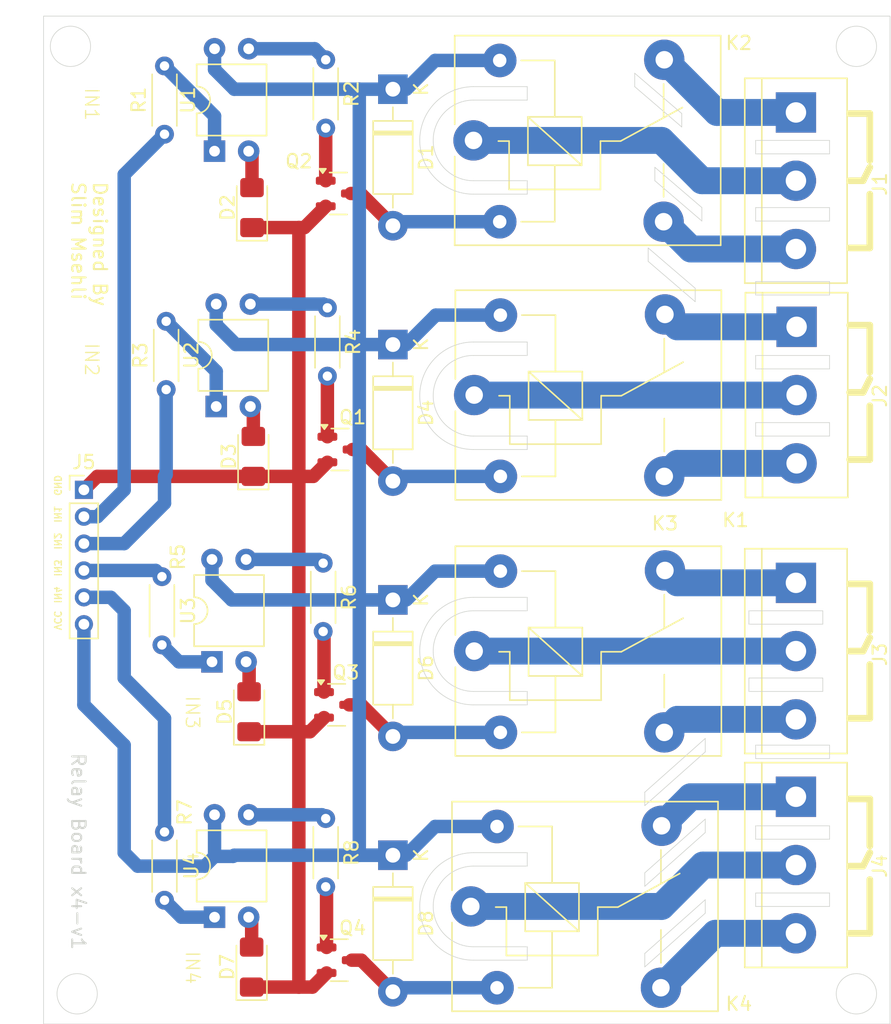
<source format=kicad_pcb>
(kicad_pcb (version 20240108) (generator "pcbnew") (generator_version "8.0")
  (layers (0 "F.Cu" signal) (31 "B.Cu" signal) (34 "B.Paste" user) (35 "F.Paste" user) (36 "B.SilkS" user "B.Silkscreen") (37 "F.SilkS" user "F.Silkscreen") (38 "B.Mask" user) (39 "F.Mask" user) (44 "Edge.Cuts" user))
  (net 0 "")
  (net 1 "Net-(D1-A)")
  (net 2 "VCC")
  (net 3 "Net-(D2-A)")
  (net 4 "GND")
  (net 5 "Net-(D3-A)")
  (net 6 "Net-(D4-A)")
  (net 7 "Net-(D5-A)")
  (net 8 "Net-(D6-A)")
  (net 9 "Net-(D7-A)")
  (net 10 "Net-(D8-A)")
  (net 11 "/AC1_CLOSE")
  (net 12 "/AC1_IN")
  (net 13 "/AC1_OPEN")
  (net 14 "/AC2_IN")
  (net 15 "/AC2_CLOSE")
  (net 16 "/AC2_OPEN")
  (net 17 "/AC3_IN")
  (net 18 "/AC3_OPEN")
  (net 19 "/AC3_CLOSE")
  (net 20 "/AC4_OPEN")
  (net 21 "/AC4_IN")
  (net 22 "/AC4_CLOSE")
  (net 23 "/IN1")
  (net 24 "/IN4")
  (net 25 "/IN3")
  (net 26 "/IN2")
  (net 27 "Net-(Q1-B)")
  (net 28 "Net-(Q2-B)")
  (net 29 "Net-(Q3-B)")
  (net 30 "Net-(Q4-B)")
  (net 31 "Net-(R1-Pad2)")
  (net 32 "Net-(R2-Pad1)")
  (net 33 "Net-(R3-Pad2)")
  (net 34 "Net-(R4-Pad1)")
  (net 35 "Net-(R5-Pad2)")
  (net 36 "Net-(R6-Pad1)")
  (net 37 "Net-(R7-Pad2)")
  (net 38 "Net-(R8-Pad1)")
  (footprint "Resistor_THT:R_Axial_DIN0204_L3.6mm_D1.6mm_P5.08mm_Horizontal" (layer "F.Cu") (at 125.125 75.46 -90)
    (property "Reference" "R4" (at 2.54 -1.92 90) (layer "F.SilkS"))
    (property "Value" "510R")
    (pad "1" thru_hole circle (at 0 0 270) (size 1.4 1.4) (drill 0.7) (layers "*.Cu" "*.Mask") (net 34 "Net-(R4-Pad1)"))
    (pad "2" thru_hole oval (at 5.08 0 270) (size 1.4 1.4) (drill 0.7) (layers "*.Cu" "*.Mask") (net 27 "Net-(Q1-B)"))
  )
  (footprint "LED_SMD:LED_1206_3216Metric_Pad1.42x1.75mm_HandSolder" (layer "F.Cu") (at 119.6125 86.5125 90)
    (property "Reference" "D3" (at 0 -1.82 90) (layer "F.SilkS"))
    (property "Value" "LED")
    (pad "1" smd roundrect (at -1.4875 0 90) (size 1.425 1.75) (layers "F.Cu" "F.Paste" "F.Mask") (roundrect_rratio 0.175439) (net 4 "GND"))
    (pad "2" smd roundrect (at 1.4875 0 90) (size 1.425 1.75) (layers "F.Cu" "F.Paste" "F.Mask") (roundrect_rratio 0.175439) (net 5 "Net-(D3-A)"))
  )
  (footprint "LED_SMD:LED_1206_3216Metric_Pad1.42x1.75mm_HandSolder" (layer "F.Cu") (at 119.4875 124.5125 90)
    (property "Reference" "D7" (at 0 -1.82 90) (layer "F.SilkS"))
    (property "Value" "LED")
    (pad "1" smd roundrect (at -1.4875 0 90) (size 1.425 1.75) (layers "F.Cu" "F.Paste" "F.Mask") (roundrect_rratio 0.175439) (net 4 "GND"))
    (pad "2" smd roundrect (at 1.4875 0 90) (size 1.425 1.75) (layers "F.Cu" "F.Paste" "F.Mask") (roundrect_rratio 0.175439) (net 9 "Net-(D7-A)"))
  )
  (footprint "TerminalBlock:TerminalBlock_bornier-3_P5.08mm" (layer "F.Cu") (at 160.05 76.87 -90)
    (property "Reference" "J2" (at 5.13 -6.2 -90) (layer "F.SilkS"))
    (property "Value" "Conn_01x03_Pin")
    (pad "1" thru_hole rect (at 0 0 270) (size 3 3) (drill 1.52) (layers "*.Cu" "*.Mask") (net 15 "/AC2_CLOSE"))
    (pad "2" thru_hole circle (at 5.08 0 270) (size 3 3) (drill 1.52) (layers "*.Cu" "*.Mask") (net 14 "/AC2_IN"))
    (pad "3" thru_hole circle (at 10.16 0 270) (size 3 3) (drill 1.52) (layers "*.Cu" "*.Mask") (net 16 "/AC2_OPEN"))
  )
  (footprint "Package_TO_SOT_SMD:SOT-23" (layer "F.Cu") (at 126.0625 86)
    (property "Reference" "Q1" (at 0.9375 -2.4 0) (layer "F.SilkS"))
    (property "Value" "BC807")
    (pad "1" smd roundrect (at -0.9375 -0.95) (size 1.475 0.6) (layers "F.Cu" "F.Paste" "F.Mask") (net 27 "Net-(Q1-B)"))
    (pad "2" smd roundrect (at -0.9375 0.95) (size 1.475 0.6) (layers "F.Cu" "F.Paste" "F.Mask") (net 4 "GND"))
    (pad "3" smd roundrect (at 0.9375 0) (size 1.475 0.6) (layers "F.Cu" "F.Paste" "F.Mask") (net 6 "Net-(D4-A)"))
  )
  (footprint "Resistor_THT:R_Axial_DIN0204_L3.6mm_D1.6mm_P5.08mm_Horizontal" (layer "F.Cu") (at 124.81 94.46 -90)
    (property "Reference" "R6" (at 2.54 -1.92 90) (layer "F.SilkS"))
    (property "Value" "510R")
    (pad "1" thru_hole circle (at 0 0 270) (size 1.4 1.4) (drill 0.7) (layers "*.Cu" "*.Mask") (net 36 "Net-(R6-Pad1)"))
    (pad "2" thru_hole oval (at 5.08 0 270) (size 1.4 1.4) (drill 0.7) (layers "*.Cu" "*.Mask") (net 29 "Net-(Q3-B)"))
  )
  (footprint "Package_DIP:DIP-4_W7.62mm" (layer "F.Cu") (at 116.725 120.8 90)
    (property "Reference" "U4" (at 3.81 -1.725 90) (layer "F.SilkS"))
    (property "Value" "PC817")
    (pad "1" thru_hole rect (at 0 0 90) (size 1.6 1.6) (drill 0.8) (layers "*.Cu" "*.Mask") (net 37 "Net-(R7-Pad2)"))
    (pad "2" thru_hole oval (at 0 2.54 90) (size 1.6 1.6) (drill 0.8) (layers "*.Cu" "*.Mask") (net 9 "Net-(D7-A)"))
    (pad "3" thru_hole oval (at 7.62 2.54 90) (size 1.6 1.6) (drill 0.8) (layers "*.Cu" "*.Mask") (net 38 "Net-(R8-Pad1)"))
    (pad "4" thru_hole oval (at 7.62 0 90) (size 1.6 1.6) (drill 0.8) (layers "*.Cu" "*.Mask") (net 2 "VCC"))
  )
  (footprint "TerminalBlock:TerminalBlock_bornier-3_P5.08mm" (layer "F.Cu") (at 160 60.92 -90)
    (property "Reference" "J1" (at 5.33 -6.25 -90) (layer "F.SilkS"))
    (property "Value" "Conn_01x03_Pin")
    (pad "1" thru_hole rect (at 0 0 270) (size 3 3) (drill 1.52) (layers "*.Cu" "*.Mask") (net 11 "/AC1_CLOSE"))
    (pad "2" thru_hole circle (at 5.08 0 270) (size 3 3) (drill 1.52) (layers "*.Cu" "*.Mask") (net 12 "/AC1_IN"))
    (pad "3" thru_hole circle (at 10.16 0 270) (size 3 3) (drill 1.52) (layers "*.Cu" "*.Mask") (net 13 "/AC1_OPEN"))
  )
  (footprint "Relay_THT:Relay_SPDT_SANYOU_SRD_Series_Form_C" (layer "F.Cu") (at 136.05 101)
    (property "Reference" "K3" (at 14.2 -9.5 0) (layer "F.SilkS"))
    (property "Value" "SANYOU_SRD_Form_C")
    (pad "1" thru_hole circle (at 0 0 90) (size 3 3) (drill 1.3) (layers "*.Cu" "*.Mask") (net 17 "/AC3_IN"))
    (pad "2" thru_hole circle (at 1.95 6.05 90) (size 2.5 2.5) (drill 1) (layers "*.Cu" "*.Mask") (net 8 "Net-(D6-A)"))
    (pad "3" thru_hole circle (at 14.15 6.05 90) (size 3 3) (drill 1.3) (layers "*.Cu" "*.Mask") (net 18 "/AC3_OPEN"))
    (pad "4" thru_hole circle (at 14.2 -6 90) (size 3 3) (drill 1.3) (layers "*.Cu" "*.Mask") (net 19 "/AC3_CLOSE"))
    (pad "5" thru_hole circle (at 1.95 -5.95 90) (size 2.5 2.5) (drill 1) (layers "*.Cu" "*.Mask") (net 2 "VCC"))
  )
  (footprint "TerminalBlock:TerminalBlock_bornier-3_P5.08mm" (layer "F.Cu") (at 160 111.84 -90)
    (property "Reference" "J4" (at 5.16 -6.25 -90) (layer "F.SilkS"))
    (property "Value" "Conn_01x03_Pin")
    (pad "1" thru_hole rect (at 0 0 270) (size 3 3) (drill 1.52) (layers "*.Cu" "*.Mask") (net 22 "/AC4_CLOSE"))
    (pad "2" thru_hole circle (at 5.08 0 270) (size 3 3) (drill 1.52) (layers "*.Cu" "*.Mask") (net 21 "/AC4_IN"))
    (pad "3" thru_hole circle (at 10.16 0 270) (size 3 3) (drill 1.52) (layers "*.Cu" "*.Mask") (net 20 "/AC4_OPEN"))
  )
  (footprint "TerminalBlock:TerminalBlock_bornier-3_P5.08mm" (layer "F.Cu") (at 160 95.92 -90)
    (property "Reference" "J3" (at 5.33 -6.25 -90) (layer "F.SilkS"))
    (property "Value" "Conn_01x03_Pin")
    (pad "1" thru_hole rect (at 0 0 270) (size 3 3) (drill 1.52) (layers "*.Cu" "*.Mask") (net 19 "/AC3_CLOSE"))
    (pad "2" thru_hole circle (at 5.08 0 270) (size 3 3) (drill 1.52) (layers "*.Cu" "*.Mask") (net 17 "/AC3_IN"))
    (pad "3" thru_hole circle (at 10.16 0 270) (size 3 3) (drill 1.52) (layers "*.Cu" "*.Mask") (net 18 "/AC3_OPEN"))
  )
  (footprint "Package_TO_SOT_SMD:SOT-23" (layer "F.Cu") (at 126 124)
    (property "Reference" "Q4" (at 1 -2.4 0) (layer "F.SilkS"))
    (property "Value" "BC807")
    (pad "1" smd roundrect (at -0.9375 -0.95) (size 1.475 0.6) (layers "F.Cu" "F.Paste" "F.Mask") (net 30 "Net-(Q4-B)"))
    (pad "2" smd roundrect (at -0.9375 0.95) (size 1.475 0.6) (layers "F.Cu" "F.Paste" "F.Mask") (net 4 "GND"))
    (pad "3" smd roundrect (at 0.9375 0) (size 1.475 0.6) (layers "F.Cu" "F.Paste" "F.Mask") (net 10 "Net-(D8-A)"))
  )
  (footprint "Diode_THT:D_DO-41_SOD81_P10.16mm_Horizontal" (layer "F.Cu") (at 130 78.19 -90)
    (property "Reference" "D4" (at 5.08 -2.47 -90) (layer "F.SilkS"))
    (property "Value" "1N4007")
    (fp_text user "K" (at 0 -2.1 -90) (layer "F.SilkS"))
    (pad "1" thru_hole rect (at 0 0 270) (size 2.2 2.2) (drill 1.1) (layers "*.Cu" "*.Mask") (net 2 "VCC"))
    (pad "2" thru_hole oval (at 10.16 0 270) (size 2.2 2.2) (drill 1.1) (layers "*.Cu" "*.Mask") (net 6 "Net-(D4-A)"))
  )
  (footprint "Diode_THT:D_DO-41_SOD81_P10.16mm_Horizontal" (layer "F.Cu") (at 130 116.19 -90)
    (property "Reference" "D8" (at 5.08 -2.47 -90) (layer "F.SilkS"))
    (property "Value" "1N4007")
    (fp_text user "K" (at 0 -2.1 -90) (layer "F.SilkS"))
    (pad "1" thru_hole rect (at 0 0 270) (size 2.2 2.2) (drill 1.1) (layers "*.Cu" "*.Mask") (net 2 "VCC"))
    (pad "2" thru_hole oval (at 10.16 0 270) (size 2.2 2.2) (drill 1.1) (layers "*.Cu" "*.Mask") (net 10 "Net-(D8-A)"))
  )
  (footprint "Resistor_THT:R_Axial_DIN0204_L3.6mm_D1.6mm_P5.08mm_Horizontal" (layer "F.Cu") (at 125 113.46 -90)
    (property "Reference" "R8" (at 2.54 -1.92 90) (layer "F.SilkS"))
    (property "Value" "510R")
    (pad "1" thru_hole circle (at 0 0 270) (size 1.4 1.4) (drill 0.7) (layers "*.Cu" "*.Mask") (net 38 "Net-(R8-Pad1)"))
    (pad "2" thru_hole oval (at 5.08 0 270) (size 1.4 1.4) (drill 0.7) (layers "*.Cu" "*.Mask") (net 30 "Net-(Q4-B)"))
  )
  (footprint "Resistor_THT:R_Axial_DIN0204_L3.6mm_D1.6mm_P5.08mm_Horizontal" (layer "F.Cu") (at 113 62.54 90)
    (property "Reference" "R1" (at 2.54 -1.92 90) (layer "F.SilkS"))
    (property "Value" "1K")
    (pad "1" thru_hole circle (at 0 0 90) (size 1.4 1.4) (drill 0.7) (layers "*.Cu" "*.Mask") (net 23 "/IN1"))
    (pad "2" thru_hole oval (at 5.08 0 90) (size 1.4 1.4) (drill 0.7) (layers "*.Cu" "*.Mask") (net 31 "Net-(R1-Pad2)"))
  )
  (footprint "LED_SMD:LED_1206_3216Metric_Pad1.42x1.75mm_HandSolder" (layer "F.Cu") (at 119.2975 105.5125 90)
    (property "Reference" "D5" (at 0 -1.82 90) (layer "F.SilkS"))
    (property "Value" "LED")
    (pad "1" smd roundrect (at -1.4875 0 90) (size 1.425 1.75) (layers "F.Cu" "F.Paste" "F.Mask") (roundrect_rratio 0.175439) (net 4 "GND"))
    (pad "2" smd roundrect (at 1.4875 0 90) (size 1.425 1.75) (layers "F.Cu" "F.Paste" "F.Mask") (roundrect_rratio 0.175439) (net 7 "Net-(D5-A)"))
  )
  (footprint "Resistor_THT:R_Axial_DIN0204_L3.6mm_D1.6mm_P5.08mm_Horizontal" (layer "F.Cu") (at 125 57 -90)
    (property "Reference" "R2" (at 2.54 -1.92 90) (layer "F.SilkS"))
    (property "Value" "510R")
    (pad "1" thru_hole circle (at 0 0 270) (size 1.4 1.4) (drill 0.7) (layers "*.Cu" "*.Mask") (net 32 "Net-(R2-Pad1)"))
    (pad "2" thru_hole oval (at 5.08 0 270) (size 1.4 1.4) (drill 0.7) (layers "*.Cu" "*.Mask") (net 28 "Net-(Q2-B)"))
  )
  (footprint "Resistor_THT:R_Axial_DIN0204_L3.6mm_D1.6mm_P5.08mm_Horizontal" (layer "F.Cu") (at 112.81 95.46 -90)
    (property "Reference" "R5" (at -1.46 -1.19 90) (layer "F.SilkS"))
    (property "Value" "1K")
    (pad "1" thru_hole circle (at 0 0 270) (size 1.4 1.4) (drill 0.7) (layers "*.Cu" "*.Mask") (net 25 "/IN3"))
    (pad "2" thru_hole oval (at 5.08 0 270) (size 1.4 1.4) (drill 0.7) (layers "*.Cu" "*.Mask") (net 35 "Net-(R5-Pad2)"))
  )
  (footprint "Relay_THT:Relay_SPDT_SANYOU_SRD_Series_Form_C" (layer "F.Cu") (at 136 63)
    (property "Reference" "K2" (at 19.75 -7.25 0) (layer "F.SilkS"))
    (property "Value" "SANYOU_SRD_Form_C")
    (pad "1" thru_hole circle (at 0 0 90) (size 3 3) (drill 1.3) (layers "*.Cu" "*.Mask") (net 12 "/AC1_IN"))
    (pad "2" thru_hole circle (at 1.95 6.05 90) (size 2.5 2.5) (drill 1) (layers "*.Cu" "*.Mask") (net 1 "Net-(D1-A)"))
    (pad "3" thru_hole circle (at 14.15 6.05 90) (size 3 3) (drill 1.3) (layers "*.Cu" "*.Mask") (net 13 "/AC1_OPEN"))
    (pad "4" thru_hole circle (at 14.2 -6 90) (size 3 3) (drill 1.3) (layers "*.Cu" "*.Mask") (net 11 "/AC1_CLOSE"))
    (pad "5" thru_hole circle (at 1.95 -5.95 90) (size 2.5 2.5) (drill 1) (layers "*.Cu" "*.Mask") (net 2 "VCC"))
  )
  (footprint "Package_DIP:DIP-4_W7.62mm" (layer "F.Cu") (at 116.85 82.8 90)
    (property "Reference" "U2" (at 3.81 -1.85 90) (layer "F.SilkS"))
    (property "Value" "PC817")
    (pad "1" thru_hole rect (at 0 0 90) (size 1.6 1.6) (drill 0.8) (layers "*.Cu" "*.Mask") (net 33 "Net-(R3-Pad2)"))
    (pad "2" thru_hole oval (at 0 2.54 90) (size 1.6 1.6) (drill 0.8) (layers "*.Cu" "*.Mask") (net 5 "Net-(D3-A)"))
    (pad "3" thru_hole oval (at 7.62 2.54 90) (size 1.6 1.6) (drill 0.8) (layers "*.Cu" "*.Mask") (net 34 "Net-(R4-Pad1)"))
    (pad "4" thru_hole oval (at 7.62 0 90) (size 1.6 1.6) (drill 0.8) (layers "*.Cu" "*.Mask") (net 2 "VCC"))
  )
  (footprint "Diode_THT:D_DO-41_SOD81_P10.16mm_Horizontal" (layer "F.Cu") (at 130 97.19 -90)
    (property "Reference" "D6" (at 5.08 -2.47 -90) (layer "F.SilkS"))
    (property "Value" "1N4007")
    (fp_text user "K" (at 0 -2.1 -90) (layer "F.SilkS"))
    (pad "1" thru_hole rect (at 0 0 270) (size 2.2 2.2) (drill 1.1) (layers "*.Cu" "*.Mask") (net 2 "VCC"))
    (pad "2" thru_hole oval (at 10.16 0 270) (size 2.2 2.2) (drill 1.1) (layers "*.Cu" "*.Mask") (net 8 "Net-(D6-A)"))
  )
  (footprint "Relay_THT:Relay_SPDT_SANYOU_SRD_Series_Form_C" (layer "F.Cu") (at 136.05 81.95)
    (property "Reference" "K1" (at 19.45 9.3 0) (layer "F.SilkS"))
    (property "Value" "SANYOU_SRD_Form_C")
    (pad "1" thru_hole circle (at 0 0 90) (size 3 3) (drill 1.3) (layers "*.Cu" "*.Mask") (net 14 "/AC2_IN"))
    (pad "2" thru_hole circle (at 1.95 6.05 90) (size 2.5 2.5) (drill 1) (layers "*.Cu" "*.Mask") (net 6 "Net-(D4-A)"))
    (pad "3" thru_hole circle (at 14.15 6.05 90) (size 3 3) (drill 1.3) (layers "*.Cu" "*.Mask") (net 16 "/AC2_OPEN"))
    (pad "4" thru_hole circle (at 14.2 -6 90) (size 3 3) (drill 1.3) (layers "*.Cu" "*.Mask") (net 15 "/AC2_CLOSE"))
    (pad "5" thru_hole circle (at 1.95 -5.95 90) (size 2.5 2.5) (drill 1) (layers "*.Cu" "*.Mask") (net 2 "VCC"))
  )
  (footprint "LED_SMD:LED_1206_3216Metric_Pad1.42x1.75mm_HandSolder" (layer "F.Cu") (at 119.5125 68 90)
    (property "Reference" "D2" (at 0 -1.82 90) (layer "F.SilkS"))
    (property "Value" "LED")
    (pad "1" smd roundrect (at -1.4875 0 90) (size 1.425 1.75) (layers "F.Cu" "F.Paste" "F.Mask") (roundrect_rratio 0.175439) (net 4 "GND"))
    (pad "2" smd roundrect (at 1.4875 0 90) (size 1.425 1.75) (layers "F.Cu" "F.Paste" "F.Mask") (roundrect_rratio 0.175439) (net 3 "Net-(D2-A)"))
  )
  (footprint "Resistor_THT:R_Axial_DIN0204_L3.6mm_D1.6mm_P5.08mm_Horizontal" (layer "F.Cu") (at 113 114.46 -90)
    (property "Reference" "R7" (at -1.46 -1.5 90) (layer "F.SilkS"))
    (property "Value" "1K")
    (pad "1" thru_hole circle (at 0 0 270) (size 1.4 1.4) (drill 0.7) (layers "*.Cu" "*.Mask") (net 24 "/IN4"))
    (pad "2" thru_hole oval (at 5.08 0 270) (size 1.4 1.4) (drill 0.7) (layers "*.Cu" "*.Mask") (net 37 "Net-(R7-Pad2)"))
  )
  (footprint "Diode_THT:D_DO-41_SOD81_P10.16mm_Horizontal" (layer "F.Cu") (at 130 59.19 -90)
    (property "Reference" "D1" (at 5.08 -2.47 -90) (layer "F.SilkS"))
    (property "Value" "1N4007")
    (fp_text user "K" (at 0 -2.1 -90) (layer "F.SilkS"))
    (pad "1" thru_hole rect (at 0 0 270) (size 2.2 2.2) (drill 1.1) (layers "*.Cu" "*.Mask") (net 2 "VCC"))
    (pad "2" thru_hole oval (at 10.16 0 270) (size 2.2 2.2) (drill 1.1) (layers "*.Cu" "*.Mask") (net 1 "Net-(D1-A)"))
  )
  (footprint "Package_TO_SOT_SMD:SOT-23" (layer "F.Cu") (at 125.9375 66.95)
    (property "Reference" "Q2" (at -2.9375 -2.4 0) (layer "F.SilkS"))
    (property "Value" "BC807")
    (pad "1" smd roundrect (at -0.9375 -0.95) (size 1.475 0.6) (layers "F.Cu" "F.Paste" "F.Mask") (net 28 "Net-(Q2-B)"))
    (pad "2" smd roundrect (at -0.9375 0.95) (size 1.475 0.6) (layers "F.Cu" "F.Paste" "F.Mask") (net 4 "GND"))
    (pad "3" smd roundrect (at 0.9375 0) (size 1.475 0.6) (layers "F.Cu" "F.Paste" "F.Mask") (net 1 "Net-(D1-A)"))
  )
  (footprint "Resistor_THT:R_Axial_DIN0204_L3.6mm_D1.6mm_P5.08mm_Horizontal" (layer "F.Cu") (at 113.125 81.54 90)
    (property "Reference" "R3" (at 2.54 -1.92 90) (layer "F.SilkS"))
    (property "Value" "1K")
    (pad "1" thru_hole circle (at 0 0 90) (size 1.4 1.4) (drill 0.7) (layers "*.Cu" "*.Mask") (net 26 "/IN2"))
    (pad "2" thru_hole oval (at 5.08 0 90) (size 1.4 1.4) (drill 0.7) (layers "*.Cu" "*.Mask") (net 33 "Net-(R3-Pad2)"))
  )
  (footprint "Package_DIP:DIP-4_W7.62mm" (layer "F.Cu") (at 116.725 63.8 90)
    (property "Reference" "U1" (at 3.8 -1.975 90) (layer "F.SilkS"))
    (property "Value" "PC817")
    (pad "1" thru_hole rect (at 0 0 90) (size 1.6 1.6) (drill 0.8) (layers "*.Cu" "*.Mask") (net 31 "Net-(R1-Pad2)"))
    (pad "2" thru_hole oval (at 0 2.54 90) (size 1.6 1.6) (drill 0.8) (layers "*.Cu" "*.Mask") (net 3 "Net-(D2-A)"))
    (pad "3" thru_hole oval (at 7.62 2.54 90) (size 1.6 1.6) (drill 0.8) (layers "*.Cu" "*.Mask") (net 32 "Net-(R2-Pad1)"))
    (pad "4" thru_hole oval (at 7.62 0 90) (size 1.6 1.6) (drill 0.8) (layers "*.Cu" "*.Mask") (net 2 "VCC"))
  )
  (footprint "Relay_THT:Relay_SPDT_SANYOU_SRD_Series_Form_C" (layer "F.Cu") (at 135.8 120)
    (property "Reference" "K4" (at 19.95 7.25 0) (layer "F.SilkS"))
    (property "Value" "SANYOU_SRD_Form_C")
    (pad "1" thru_hole circle (at 0 0 90) (size 3 3) (drill 1.3) (layers "*.Cu" "*.Mask") (net 21 "/AC4_IN"))
    (pad "2" thru_hole circle (at 1.95 6.05 90) (size 2.5 2.5) (drill 1) (layers "*.Cu" "*.Mask") (net 10 "Net-(D8-A)"))
    (pad "3" thru_hole circle (at 14.15 6.05 90) (size 3 3) (drill 1.3) (layers "*.Cu" "*.Mask") (net 20 "/AC4_OPEN"))
    (pad "4" thru_hole circle (at 14.2 -6 90) (size 3 3) (drill 1.3) (layers "*.Cu" "*.Mask") (net 22 "/AC4_CLOSE"))
    (pad "5" thru_hole circle (at 1.95 -5.95 90) (size 2.5 2.5) (drill 1) (layers "*.Cu" "*.Mask") (net 2 "VCC"))
  )
  (footprint "Package_DIP:DIP-4_W7.62mm" (layer "F.Cu") (at 116.535 101.8 90)
    (property "Reference" "U3" (at 3.8 -1.785 90) (layer "F.SilkS"))
    (property "Value" "PC817")
    (pad "1" thru_hole rect (at 0 0 90) (size 1.6 1.6) (drill 0.8) (layers "*.Cu" "*.Mask") (net 35 "Net-(R5-Pad2)"))
    (pad "2" thru_hole oval (at 0 2.54 90) (size 1.6 1.6) (drill 0.8) (layers "*.Cu" "*.Mask") (net 7 "Net-(D5-A)"))
    (pad "3" thru_hole oval (at 7.62 2.54 90) (size 1.6 1.6) (drill 0.8) (layers "*.Cu" "*.Mask") (net 36 "Net-(R6-Pad1)"))
    (pad "4" thru_hole oval (at 7.62 0 90) (size 1.6 1.6) (drill 0.8) (layers "*.Cu" "*.Mask") (net 2 "VCC"))
  )
  (footprint "Connector_PinHeader_2.00mm:PinHeader_1x06_P2.00mm_Vertical" (layer "F.Cu") (at 107 89)
    (property "Reference" "J5" (at 0 -2.06 0) (layer "F.SilkS"))
    (property "Value" "Conn_01x06_Pin")
    (pad "1" thru_hole rect (at 0 0) (size 1.35 1.35) (drill 0.8) (layers "*.Cu" "*.Mask") (net 4 "GND"))
    (pad "2" thru_hole oval (at 0 2) (size 1.35 1.35) (drill 0.8) (layers "*.Cu" "*.Mask") (net 23 "/IN1"))
    (pad "3" thru_hole oval (at 0 4) (size 1.35 1.35) (drill 0.8) (layers "*.Cu" "*.Mask") (net 26 "/IN2"))
    (pad "4" thru_hole oval (at 0 6) (size 1.35 1.35) (drill 0.8) (layers "*.Cu" "*.Mask") (net 25 "/IN3"))
    (pad "5" thru_hole oval (at 0 8) (size 1.35 1.35) (drill 0.8) (layers "*.Cu" "*.Mask") (net 24 "/IN4"))
    (pad "6" thru_hole oval (at 0 10) (size 1.35 1.35) (drill 0.8) (layers "*.Cu" "*.Mask") (net 2 "VCC"))
  )
  (footprint "Package_TO_SOT_SMD:SOT-23" (layer "F.Cu") (at 125.81 105)
    (property "Reference" "Q3" (at 0.69 -2.4 0) (layer "F.SilkS"))
    (property "Value" "BC807")
    (pad "1" smd roundrect (at -0.9375 -0.95) (size 1.475 0.6) (layers "F.Cu" "F.Paste" "F.Mask") (net 29 "Net-(Q3-B)"))
    (pad "2" smd roundrect (at -0.9375 0.95) (size 1.475 0.6) (layers "F.Cu" "F.Paste" "F.Mask") (net 4 "GND"))
    (pad "3" smd roundrect (at 0.9375 0) (size 1.475 0.6) (layers "F.Cu" "F.Paste" "F.Mask") (net 8 "Net-(D6-A)"))
  )
  (gr_line (start 164 71) (end 165.5 71) (stroke (width 0.5)) (layer "F.SilkS"))
  (gr_line (start 165.5 112) (end 165.5 115.5) (stroke (width 0.5)) (layer "F.SilkS"))
  (gr_line (start 165.5 71) (end 165.5 67) (stroke (width 0.5)) (layer "F.SilkS"))
  (gr_line (start 164 61) (end 165.5 61) (stroke (width 0.5)) (layer "F.SilkS"))
  (gr_line (start 165 101) (end 165.5 100) (stroke (width 0.5)) (layer "F.SilkS"))
  (gr_line (start 164 81.75) (end 165 81.75) (stroke (width 0.5)) (layer "F.SilkS"))
  (gr_line (start 165 66) (end 165.5 65) (stroke (width 0.5)) (layer "F.SilkS"))
  (gr_line (start 164 101) (end 165 101) (stroke (width 0.5)) (layer "F.SilkS"))
  (gr_line (start 164 86.75) (end 165.5 86.75) (stroke (width 0.5)) (layer "F.SilkS"))
  (gr_line (start 165.5 106) (end 165.5 102) (stroke (width 0.5)) (layer "F.SilkS"))
  (gr_line (start 164 96) (end 165.5 96) (stroke (width 0.5)) (layer "F.SilkS"))
  (gr_line (start 164 76.75) (end 165.5 76.75) (stroke (width 0.5)) (layer "F.SilkS"))
  (gr_line (start 164 112) (end 165.5 112) (stroke (width 0.5)) (layer "F.SilkS"))
  (gr_line (start 165.5 96) (end 165.5 99.5) (stroke (width 0.5)) (layer "F.SilkS"))
  (gr_line (start 165 117) (end 165.5 116) (stroke (width 0.5)) (layer "F.SilkS"))
  (gr_line (start 165.5 61) (end 165.5 64.5) (stroke (width 0.5)) (layer "F.SilkS"))
  (gr_line (start 164 106) (end 165.5 106) (stroke (width 0.5)) (layer "F.SilkS"))
  (gr_line (start 165.5 86.75) (end 165.5 82.75) (stroke (width 0.5)) (layer "F.SilkS"))
  (gr_line (start 164 122) (end 165.5 122) (stroke (width 0.5)) (layer "F.SilkS"))
  (gr_line (start 164 117) (end 165 117) (stroke (width 0.5)) (layer "F.SilkS"))
  (gr_line (start 165.5 76.75) (end 165.5 80.25) (stroke (width 0.5)) (layer "F.SilkS"))
  (gr_line (start 165 81.75) (end 165.5 80.75) (stroke (width 0.5)) (layer "F.SilkS"))
  (gr_line (start 164 66) (end 165 66) (stroke (width 0.5)) (layer "F.SilkS"))
  (gr_line (start 165.5 122) (end 165.5 118) (stroke (width 0.5)) (layer "F.SilkS"))
  (gr_line (start 162.5 79) (end 162.5 80) (stroke (width 0.05)) (layer "Edge.Cuts"))
  (gr_circle (center 106 56) (end 107.5 56) (stroke (width 0.05)) (fill none) (layer "Edge.Cuts"))
  (gr_line (start 148 58) (end 151.5 61) (stroke (width 0.05)) (layer "Edge.Cuts"))
  (gr_line (start 136 116) (end 140 116) (stroke (width 0.05)) (layer "Edge.Cuts"))
  (gr_line (start 148.75 117.5) (end 153.25 113.5) (stroke (width 0.05)) (layer "Edge.Cuts"))
  (gr_arc (start 136 67) (mid 132 63) (end 136 59) (stroke (width 0.05)) (layer "Edge.Cuts"))
  (gr_line (start 153.25 107.5) (end 153.25 108.5) (stroke (width 0.05)) (layer "Edge.Cuts"))
  (gr_line (start 157 73.5) (end 157 74.5) (stroke (width 0.05)) (layer "Edge.Cuts"))
  (gr_line (start 157 115) (end 157 114) (stroke (width 0.05)) (layer "Edge.Cuts"))
  (gr_line (start 162 103) (end 162 104) (stroke (width 0.05)) (layer "Edge.Cuts"))
  (gr_line (start 153.25 108.5) (end 148.75 112.5) (stroke (width 0.05)) (layer "Edge.Cuts"))
  (gr_line (start 148.75 118.5) (end 148.75 117.5) (stroke (width 0.05)) (layer "Edge.Cuts"))
  (gr_line (start 157 79) (end 157 80) (stroke (width 0.05)) (layer "Edge.Cuts"))
  (gr_line (start 156.5 103) (end 162 103) (stroke (width 0.05)) (layer "Edge.Cuts"))
  (gr_line (start 162 99) (end 156.5 99) (stroke (width 0.05)) (layer "Edge.Cuts"))
  (gr_circle (center 164.5 126.5) (end 166 126.5) (stroke (width 0.05)) (fill none) (layer "Edge.Cuts"))
  (gr_line (start 157 120) (end 157 119) (stroke (width 0.05)) (layer "Edge.Cuts"))
  (gr_line (start 140 98) (end 136 98) (stroke (width 0.05)) (layer "Edge.Cuts"))
  (gr_line (start 136 59) (end 140 59) (stroke (width 0.05)) (layer "Edge.Cuts"))
  (gr_line (start 140 86) (end 136 86) (stroke (width 0.05)) (layer "Edge.Cuts"))
  (gr_rect (start 104 53.75) (end 167 128.75) (stroke (width 0.05)) (fill none) (layer "Edge.Cuts"))
  (gr_line (start 162.5 108) (end 162.5 109) (stroke (width 0.05)) (layer "Edge.Cuts"))
  (gr_line (start 162.5 85) (end 157 85) (stroke (width 0.05)) (layer "Edge.Cuts"))
  (gr_line (start 136 85) (end 140 85) (stroke (width 0.05)) (layer "Edge.Cuts"))
  (gr_arc (start 136 105) (mid 132 101) (end 136 97) (stroke (width 0.05)) (layer "Edge.Cuts"))
  (gr_line (start 162.5 74.5) (end 157 74.5) (stroke (width 0.05)) (layer "Edge.Cuts"))
  (gr_line (start 136 123) (end 140 123) (stroke (width 0.05)) (layer "Edge.Cuts"))
  (gr_line (start 149 71) (end 152.5 74) (stroke (width 0.05)) (layer "Edge.Cuts"))
  (gr_line (start 153.25 114.5) (end 148.75 118.5) (stroke (width 0.05)) (layer "Edge.Cuts"))
  (gr_line (start 136 97) (end 140 97) (stroke (width 0.05)) (layer "Edge.Cuts"))
  (gr_line (start 162.5 80) (end 157 80) (stroke (width 0.05)) (layer "Edge.Cuts"))
  (gr_line (start 140 85) (end 140 86) (stroke (width 0.05)) (layer "Edge.Cuts"))
  (gr_line (start 152.5 74) (end 152.5 75) (stroke (width 0.05)) (layer "Edge.Cuts"))
  (gr_line (start 152.5 75) (end 149 72) (stroke (width 0.05)) (layer "Edge.Cuts"))
  (gr_line (start 136 78) (end 140 78) (stroke (width 0.05)) (layer "Edge.Cuts"))
  (gr_line (start 140 104) (end 140 105) (stroke (width 0.05)) (layer "Edge.Cuts"))
  (gr_circle (center 164.5 56) (end 166 56) (stroke (width 0.05)) (fill none) (layer "Edge.Cuts"))
  (gr_arc (start 136 85) (mid 133 82) (end 136 79) (stroke (width 0.05)) (layer "Edge.Cuts"))
  (gr_line (start 153 68) (end 153 69) (stroke (width 0.05)) (layer "Edge.Cuts"))
  (gr_line (start 153.25 119.5) (end 153.25 120.5) (stroke (width 0.05)) (layer "Edge.Cuts"))
  (gr_line (start 149.5 65) (end 149.5 66) (stroke (width 0.05)) (layer "Edge.Cuts"))
  (gr_line (start 156.5 98) (end 162 98) (stroke (width 0.05)) (layer "Edge.Cuts"))
  (gr_line (start 148 58) (end 148 59) (stroke (width 0.05)) (layer "Edge.Cuts"))
  (gr_line (start 162.5 84) (end 162.5 85) (stroke (width 0.05)) (layer "Edge.Cuts"))
  (gr_line (start 162.5 119) (end 162.5 120) (stroke (width 0.05)) (layer "Edge.Cuts"))
  (gr_line (start 156.5 103) (end 156.5 104) (stroke (width 0.05)) (layer "Edge.Cuts"))
  (gr_line (start 140 117) (end 136 117) (stroke (width 0.05)) (layer "Edge.Cuts"))
  (gr_line (start 162.5 73.5) (end 162.5 74.5) (stroke (width 0.05)) (layer "Edge.Cuts"))
  (gr_line (start 153.25 113.5) (end 153.25 114.5) (stroke (width 0.05)) (layer "Edge.Cuts"))
  (gr_line (start 136 66) (end 140 66) (stroke (width 0.05)) (layer "Edge.Cuts"))
  (gr_line (start 157 68) (end 162.5 68) (stroke (width 0.05)) (layer "Edge.Cuts"))
  (gr_line (start 162.5 114) (end 162.5 115) (stroke (width 0.05)) (layer "Edge.Cuts"))
  (gr_line (start 162.5 109) (end 157 109) (stroke (width 0.05)) (layer "Edge.Cuts"))
  (gr_line (start 157 84) (end 162.5 84) (stroke (width 0.05)) (layer "Edge.Cuts"))
  (gr_line (start 157 68) (end 157 69) (stroke (width 0.05)) (layer "Edge.Cuts"))
  (gr_line (start 148.75 123.5) (end 153.25 119.5) (stroke (width 0.05)) (layer "Edge.Cuts"))
  (gr_line (start 140 124) (end 136 124) (stroke (width 0.05)) (layer "Edge.Cuts"))
  (gr_line (start 162.5 69) (end 157 69) (stroke (width 0.05)) (layer "Edge.Cuts"))
  (gr_line (start 140 79) (end 136 79) (stroke (width 0.05)) (layer "Edge.Cuts"))
  (gr_line (start 157 108) (end 162.5 108) (stroke (width 0.05)) (layer "Edge.Cuts"))
  (gr_line (start 162.5 68) (end 162.5 69) (stroke (width 0.05)) (layer "Edge.Cuts"))
  (gr_line (start 140 60) (end 136 60) (stroke (width 0.05)) (layer "Edge.Cuts"))
  (gr_line (start 157 63) (end 157 64) (stroke (width 0.05)) (layer "Edge.Cuts"))
  (gr_line (start 157 84) (end 157 85) (stroke (width 0.05)) (layer "Edge.Cuts"))
  (gr_line (start 140 123) (end 140 124) (stroke (width 0.05)) (layer "Edge.Cuts"))
  (gr_circle (center 106.5 126.5) (end 108 126.5) (stroke (width 0.05)) (fill none) (layer "Edge.Cuts"))
  (gr_line (start 140 78) (end 140 79) (stroke (width 0.05)) (layer "Edge.Cuts"))
  (gr_line (start 148.75 111.5) (end 153.25 107.5) (stroke (width 0.05)) (layer "Edge.Cuts"))
  (gr_line (start 149 71) (end 149 72) (stroke (width 0.05)) (layer "Edge.Cuts"))
  (gr_arc (start 136 104) (mid 133 101) (end 136 98) (stroke (width 0.05)) (layer "Edge.Cuts"))
  (gr_line (start 149.5 65) (end 153 68) (stroke (width 0.05)) (layer "Edge.Cuts"))
  (gr_line (start 157 108) (end 157 109) (stroke (width 0.05)) (layer "Edge.Cuts"))
  (gr_line (start 162.5 63) (end 162.5 64) (stroke (width 0.05)) (layer "Edge.Cuts"))
  (gr_line (start 157 114) (end 162.5 114) (stroke (width 0.05)) (layer "Edge.Cuts"))
  (gr_arc (start 136 123) (mid 133 120) (end 136 117) (stroke (width 0.05)) (layer "Edge.Cuts"))
  (gr_arc (start 136 124) (mid 132 120) (end 136 116) (stroke (width 0.05)) (layer "Edge.Cuts"))
  (gr_line (start 162.5 64) (end 157 64) (stroke (width 0.05)) (layer "Edge.Cuts"))
  (gr_line (start 140 105) (end 136 105) (stroke (width 0.05)) (layer "Edge.Cuts"))
  (gr_line (start 148.75 112.5) (end 148.75 111.5) (stroke (width 0.05)) (layer "Edge.Cuts"))
  (gr_line (start 162.5 120) (end 157 120) (stroke (width 0.05)) (layer "Edge.Cuts"))
  (gr_line (start 162.5 115) (end 157 115) (stroke (width 0.05)) (layer "Edge.Cuts"))
  (gr_line (start 153 69) (end 149.5 66) (stroke (width 0.05)) (layer "Edge.Cuts"))
  (gr_line (start 157 73.5) (end 162.5 73.5) (stroke (width 0.05)) (layer "Edge.Cuts"))
  (gr_line (start 162 104) (end 156.5 104) (stroke (width 0.05)) (layer "Edge.Cuts"))
  (gr_line (start 140 59) (end 140 60) (stroke (width 0.05)) (layer "Edge.Cuts"))
  (gr_line (start 140 66) (end 140 67) (stroke (width 0.05)) (layer "Edge.Cuts"))
  (gr_line (start 151.5 61) (end 151.5 62) (stroke (width 0.05)) (layer "Edge.Cuts"))
  (gr_line (start 157 119) (end 162.5 119) (stroke (width 0.05)) (layer "Edge.Cuts"))
  (gr_line (start 153.25 120.5) (end 148.75 124.5) (stroke (width 0.05)) (layer "Edge.Cuts"))
  (gr_line (start 157 79) (end 162.5 79) (stroke (width 0.05)) (layer "Edge.Cuts"))
  (gr_arc (start 136 86) (mid 132 82) (end 136 78) (stroke (width 0.05)) (layer "Edge.Cuts"))
  (gr_line (start 148.75 124.5) (end 148.75 123.5) (stroke (width 0.05)) (layer "Edge.Cuts"))
  (gr_line (start 162 98) (end 162 99) (stroke (width 0.05)) (layer "Edge.Cuts"))
  (gr_line (start 136 104) (end 140 104) (stroke (width 0.05)) (layer "Edge.Cuts"))
  (gr_line (start 140 67) (end 136 67) (stroke (width 0.05)) (layer "Edge.Cuts"))
  (gr_line (start 156.5 98) (end 156.5 99) (stroke (width 0.05)) (layer "Edge.Cuts"))
  (gr_arc (start 136 66) (mid 133 63) (end 136 60) (stroke (width 0.05)) (layer "Edge.Cuts"))
  (gr_line (start 140 116) (end 140 117) (stroke (width 0.05)) (layer "Edge.Cuts"))
  (gr_line (start 151.5 62) (end 148 59) (stroke (width 0.05)) (layer "Edge.Cuts"))
  (gr_line (start 157 63) (end 162.5 63) (stroke (width 0.05)) (layer "Edge.Cuts"))
  (gr_line (start 140 97) (end 140 98) (stroke (width 0.05)) (layer "Edge.Cuts"))
  (gr_text "IN4" (at 104.75 97.5 270) (layer "F.SilkS") (effects (font (size 0.5 0.5) (thickness 0.1) (bold yes)) (justify left bottom mirror)))
  (gr_text "IN2" (at 104.75 93.5 270) (layer "F.SilkS") (effects (font (size 0.5 0.5) (thickness 0.1) (bold yes)) (justify left bottom mirror)))
  (gr_text "IN1" (at 104.75 91.5 -90) (layer "F.SilkS") (effects (font (size 0.5 0.5) (thickness 0.1) (bold yes)) (justify left bottom mirror)))
  (gr_text "VCC" (at 104.75 99.5 270) (layer "F.SilkS") (effects (font (size 0.5 0.5) (thickness 0.1) (bold yes)) (justify left bottom mirror)))
  (gr_text "IN1" (at 107 59 -90) (layer "F.SilkS") (effects (font (size 1 1) (thickness 0.1)) (justify left bottom)))
  (gr_text "Designed By \nSlim Msehli" (at 106 66 270) (layer "F.SilkS") (effects (font (size 1 1)) (justify left bottom)))
  (gr_text "IN3" (at 114.5 104.25 270) (layer "F.SilkS") (effects (font (size 1 1) (thickness 0.1)) (justify left bottom)))
  (gr_text "IN2" (at 107 78 -90) (layer "F.SilkS") (effects (font (size 1 1) (thickness 0.1)) (justify left bottom)))
  (gr_text "GND" (at 104.75 89.5 270) (layer "F.SilkS") (effects (font (size 0.5 0.5) (thickness 0.1) (bold yes)) (justify left bottom mirror)))
  (gr_text "IN3" (at 104.75 95.5 270) (layer "F.SilkS") (effects (font (size 0.5 0.5) (thickness 0.1) (bold yes)) (justify left bottom mirror)))
  (gr_text "IN4" (at 114.5 123.25 270) (layer "F.SilkS") (effects (font (size 1 1) (thickness 0.1)) (justify left bottom)))
  (gr_text "Relay Board x4-v1" (at 106 108.5 -90) (layer "Edge.Cuts") (effects (font (size 1 1)) (justify left bottom)))
  (segment (start 126.875 66.95) (end 127.6 66.95) (width 1) (layer "F.Cu") (net 1))
  (segment (start 127.6 66.95) (end 130 69.35) (width 1) (layer "F.Cu") (net 1))
  (segment (start 137.95 69.05) (end 130.3 69.05) (width 1) (layer "B.Cu") (net 1))
  (segment (start 130.3 69.05) (end 130 69.35) (width 1) (layer "B.Cu") (net 1))
  (segment (start 127.5 78.19) (end 131 78.19) (width 1) (layer "B.Cu") (net 2))
  (segment (start 116.725 56.18) (end 116.725 57.725) (width 1) (layer "B.Cu") (net 2))
  (segment (start 116.535 94.18) (end 116.535 95.725) (width 1) (layer "B.Cu") (net 2))
  (segment (start 131 78.19) (end 133.19 76) (width 1) (layer "B.Cu") (net 2))
  (segment (start 128.5 97.19) (end 129.81 97.19) (width 1) (layer "B.Cu") (net 2))
  (segment (start 127.5 59.19) (end 127.5 78.19) (width 1) (layer "B.Cu") (net 2))
  (segment (start 138 95.05) (end 133.14 95.05) (width 1) (layer "B.Cu") (net 2))
  (segment (start 116.725 113.18) (end 116.725 116.275) (width 1) (layer "B.Cu") (net 2))
  (segment (start 118.19 116.19) (end 118.105 116.275) (width 1) (layer "B.Cu") (net 2))
  (segment (start 127.5 78.19) (end 127.5 116.19) (width 1) (layer "B.Cu") (net 2))
  (segment (start 110 108) (end 107 105) (width 1) (layer "B.Cu") (net 2))
  (segment (start 137.75 114.05) (end 133.14 114.05) (width 1) (layer "B.Cu") (net 2))
  (segment (start 118.315 78.19) (end 127.5 78.19) (width 1) (layer "B.Cu") (net 2))
  (segment (start 133.14 57.05) (end 137.95 57.05) (width 1) (layer "B.Cu") (net 2))
  (segment (start 118.105 116.275) (end 116.725 116.275) (width 1) (layer "B.Cu") (net 2))
  (segment (start 110 116) (end 110 108) (width 1) (layer "B.Cu") (net 2))
  (segment (start 131 59.19) (end 133.14 57.05) (width 1) (layer "B.Cu") (net 2))
  (segment (start 116.535 95.725) (end 118 97.19) (width 1) (layer "B.Cu") (net 2))
  (segment (start 133.14 95.05) (end 131 97.19) (width 1) (layer "B.Cu") (net 2))
  (segment (start 116 117) (end 111 117) (width 1) (layer "B.Cu") (net 2))
  (segment (start 116.85 76.725) (end 118.315 78.19) (width 1) (layer "B.Cu") (net 2))
  (segment (start 107 105) (end 107 99) (width 1) (layer "B.Cu") (net 2))
  (segment (start 111 117) (end 110 116) (width 1) (layer "B.Cu") (net 2))
  (segment (start 116.725 116.275) (end 116 117) (width 1) (layer "B.Cu") (net 2))
  (segment (start 133.14 114.05) (end 131 116.19) (width 1) (layer "B.Cu") (net 2))
  (segment (start 133.19 76) (end 138 76) (width 1) (layer "B.Cu") (net 2))
  (segment (start 127.5 116.19) (end 130 116.19) (width 1) (layer "B.Cu") (net 2))
  (segment (start 118 97.19) (end 128.5 97.19) (width 1) (layer "B.Cu") (net 2))
  (segment (start 130 116.19) (end 118.19 116.19) (width 1) (layer "B.Cu") (net 2))
  (segment (start 116.725 57.725) (end 118.19 59.19) (width 1) (layer "B.Cu") (net 2))
  (segment (start 118.19 59.19) (end 127.5 59.19) (width 1) (layer "B.Cu") (net 2))
  (segment (start 116.85 75.18) (end 116.85 76.725) (width 1) (layer "B.Cu") (net 2))
  (segment (start 127.5 59.19) (end 131 59.19) (width 1) (layer "B.Cu") (net 2))
  (segment (start 119.5125 64.0475) (end 119.265 63.8) (width 1) (layer "F.Cu") (net 3))
  (segment (start 119.5125 66.5125) (end 119.5125 64.0475) (width 1) (layer "F.Cu") (net 3))
  (segment (start 124.075 88) (end 125.125 86.95) (width 1) (layer "F.Cu") (net 4))
  (segment (start 124.0125 126) (end 125.0625 124.95) (width 1) (layer "F.Cu") (net 4))
  (segment (start 123 88) (end 123 107) (width 1) (layer "F.Cu") (net 4))
  (segment (start 123.8225 107) (end 124.8725 105.95) (width 1) (layer "F.Cu") (net 4))
  (segment (start 123.4125 69.4875) (end 125 67.9) (width 1) (layer "F.Cu") (net 4))
  (segment (start 123 126) (end 124.0125 126) (width 1) (layer "F.Cu") (net 4))
  (segment (start 123 69.4875) (end 123.4125 69.4875) (width 1) (layer "F.Cu") (net 4))
  (segment (start 123 88) (end 123 69.4875) (width 1) (layer "F.Cu") (net 4))
  (segment (start 108 88) (end 107 89) (width 1) (layer "F.Cu") (net 4))
  (segment (start 123 107) (end 123.8225 107) (width 1) (layer "F.Cu") (net 4))
  (segment (start 119.5125 69.4875) (end 123 69.4875) (width 1) (layer "F.Cu") (net 4))
  (segment (start 119.4875 126) (end 123 126) (width 1) (layer "F.Cu") (net 4))
  (segment (start 119.2975 107) (end 123 107) (width 1) (layer "F.Cu") (net 4))
  (segment (start 123 88) (end 124.075 88) (width 1) (layer "F.Cu") (net 4))
  (segment (start 123 107) (end 123 126) (width 1) (layer "F.Cu") (net 4))
  (segment (start 119.6125 88) (end 108 88) (width 1) (layer "F.Cu") (net 4))
  (segment (start 119.6125 88) (end 123 88) (width 1) (layer "F.Cu") (net 4))
  (segment (start 119.6125 85.025) (end 119.6125 83.0225) (width 1) (layer "F.Cu") (net 5))
  (segment (start 119.6125 83.0225) (end 119.39 82.8) (width 1) (layer "F.Cu") (net 5))
  (segment (start 127.65 86) (end 130 88.35) (width 1) (layer "F.Cu") (net 6))
  (segment (start 127 86) (end 127.65 86) (width 1) (layer "F.Cu") (net 6))
  (segment (start 130.35 88) (end 130 88.35) (width 1) (layer "B.Cu") (net 6))
  (segment (start 138 88) (end 130.35 88) (width 1) (layer "B.Cu") (net 6))
  (segment (start 119.2975 102.0225) (end 119.075 101.8) (width 1) (layer "F.Cu") (net 7))
  (segment (start 119.2975 104.025) (end 119.2975 102.0225) (width 1) (layer "F.Cu") (net 7))
  (segment (start 126.7475 105) (end 127.65 105) (width 1) (layer "F.Cu") (net 8))
  (segment (start 127.65 105) (end 130 107.35) (width 1) (layer "F.Cu") (net 8))
  (segment (start 130.3 107.05) (end 130 107.35) (width 1) (layer "B.Cu") (net 8))
  (segment (start 138 107.05) (end 130.3 107.05) (width 1) (layer "B.Cu") (net 8))
  (segment (start 119.4875 123.025) (end 119.4875 121.0225) (width 1) (layer "F.Cu") (net 9))
  (segment (start 119.4875 121.0225) (end 119.265 120.8) (width 1) (layer "F.Cu") (net 9))
  (segment (start 126.9375 124) (end 127.65 124) (width 1) (layer "F.Cu") (net 10))
  (segment (start 127.65 124) (end 130 126.35) (width 1) (layer "F.Cu") (net 10))
  (segment (start 137.75 126.05) (end 130.3 126.05) (width 1) (layer "B.Cu") (net 10))
  (segment (start 130.3 126.05) (end 130 126.35) (width 1) (layer "B.Cu") (net 10))
  (segment (start 160 60.92) (end 154.12 60.92) (width 2) (layer "B.Cu") (net 11))
  (segment (start 154.12 60.92) (end 150.2 57) (width 2) (layer "B.Cu") (net 11))
  (segment (start 153 66) (end 150 63) (width 2) (layer "B.Cu") (net 12))
  (segment (start 160 66) (end 153 66) (width 2) (layer "B.Cu") (net 12))
  (segment (start 150 63) (end 136 63) (width 2) (layer "B.Cu") (net 12))
  (segment (start 152.18 71.08) (end 150.15 69.05) (width 2) (layer "B.Cu") (net 13))
  (segment (start 160 71.08) (end 152.18 71.08) (width 2) (layer "B.Cu") (net 13))
  (segment (start 136.05 81.95) (end 160.05 81.95) (width 2) (layer "B.Cu") (net 14))
  (segment (start 160.05 76.87) (end 151.17 76.87) (width 2) (layer "B.Cu") (net 15))
  (segment (start 151.17 76.87) (end 150.25 75.95) (width 2) (layer "B.Cu") (net 15))
  (segment (start 160.05 87.03) (end 151.17 87.03) (width 2) (layer "B.Cu") (net 16))
  (segment (start 151.17 87.03) (end 150.2 88) (width 2) (layer "B.Cu") (net 16))
  (segment (start 136.05 101) (end 160 101) (width 2) (layer "B.Cu") (net 17))
  (segment (start 151.17 106.08) (end 150.2 107.05) (width 2) (layer "B.Cu") (net 18))
  (segment (start 160 106.08) (end 151.17 106.08) (width 2) (layer "B.Cu") (net 18))
  (segment (start 151.17 95.92) (end 150.25 95) (width 2) (layer "B.Cu") (net 19))
  (segment (start 160 95.92) (end 151.17 95.92) (width 2) (layer "B.Cu") (net 19))
  (segment (start 154 122) (end 149.95 126.05) (width 2) (layer "B.Cu") (net 20))
  (segment (start 160 122) (end 154 122) (width 2) (layer "B.Cu") (net 20))
  (segment (start 153.08 116.92) (end 150 120) (width 2) (layer "B.Cu") (net 21))
  (segment (start 150 120) (end 135.8 120) (width 2) (layer "B.Cu") (net 21))
  (segment (start 160 116.92) (end 153.08 116.92) (width 2) (layer "B.Cu") (net 21))
  (segment (start 160 111.84) (end 152.16 111.84) (width 2) (layer "B.Cu") (net 22))
  (segment (start 152.16 111.84) (end 150 114) (width 2) (layer "B.Cu") (net 22))
  (segment (start 110 65.54) (end 113 62.54) (width 1) (layer "B.Cu") (net 23))
  (segment (start 107 91) (end 108 91) (width 1) (layer "B.Cu") (net 23))
  (segment (start 110 89) (end 110 65.54) (width 1) (layer "B.Cu") (net 23))
  (segment (start 108 91) (end 110 89) (width 1) (layer "B.Cu") (net 23))
  (segment (start 109 97) (end 110 98) (width 1) (layer "B.Cu") (net 24))
  (segment (start 107 97) (end 109 97) (width 1) (layer "B.Cu") (net 24))
  (segment (start 113 106) (end 113 114.46) (width 1) (layer "B.Cu") (net 24))
  (segment (start 110 103) (end 113 106) (width 1) (layer "B.Cu") (net 24))
  (segment (start 110 98) (end 110 103) (width 1) (layer "B.Cu") (net 24))
  (segment (start 107 95) (end 112.35 95) (width 1) (layer "B.Cu") (net 25))
  (segment (start 112.35 95) (end 112.81 95.46) (width 1) (layer "B.Cu") (net 25))
  (segment (start 107 93) (end 110 93) (width 1) (layer "B.Cu") (net 26))
  (segment (start 113.125 87.875) (end 113.125 81.54) (width 1) (layer "B.Cu") (net 26))
  (segment (start 113 90) (end 113 88) (width 1) (layer "B.Cu") (net 26))
  (segment (start 110 93) (end 113 90) (width 1) (layer "B.Cu") (net 26))
  (segment (start 113 88) (end 113.125 87.875) (width 1) (layer "B.Cu") (net 26))
  (segment (start 125.125 85.05) (end 125.125 80.54) (width 1) (layer "F.Cu") (net 27))
  (segment (start 125 66) (end 125 62.08) (width 1) (layer "F.Cu") (net 28))
  (segment (start 124.8725 104.05) (end 124.8725 99.6025) (width 1) (layer "F.Cu") (net 29))
  (segment (start 124.8725 99.6025) (end 124.81 99.54) (width 1) (layer "F.Cu") (net 29))
  (segment (start 125.0625 123.05) (end 125.0625 118.6025) (width 1) (layer "F.Cu") (net 30))
  (segment (start 125.0625 118.6025) (end 125 118.54) (width 1) (layer "F.Cu") (net 30))
  (segment (start 116.725 63.8) (end 116.725 61.185) (width 1) (layer "B.Cu") (net 31))
  (segment (start 116.725 61.185) (end 113 57.46) (width 1) (layer "B.Cu") (net 31))
  (segment (start 119.265 56.18) (end 124.18 56.18) (width 1) (layer "B.Cu") (net 32))
  (segment (start 124.18 56.18) (end 125 57) (width 1) (layer "B.Cu") (net 32))
  (segment (start 116.85 80.185) (end 113.125 76.46) (width 1) (layer "B.Cu") (net 33))
  (segment (start 116.85 82.8) (end 116.85 80.185) (width 1) (layer "B.Cu") (net 33))
  (segment (start 119.39 75.18) (end 124.845 75.18) (width 1) (layer "B.Cu") (net 34))
  (segment (start 124.845 75.18) (end 125.125 75.46) (width 1) (layer "B.Cu") (net 34))
  (segment (start 116.535 101.8) (end 114.07 101.8) (width 1) (layer "B.Cu") (net 35))
  (segment (start 114.07 101.8) (end 112.81 100.54) (width 1) (layer "B.Cu") (net 35))
  (segment (start 119.075 94.18) (end 124.53 94.18) (width 1) (layer "B.Cu") (net 36))
  (segment (start 124.53 94.18) (end 124.81 94.46) (width 1) (layer "B.Cu") (net 36))
  (segment (start 116.725 120.8) (end 114.26 120.8) (width 1) (layer "B.Cu") (net 37))
  (segment (start 114.26 120.8) (end 113 119.54) (width 1) (layer "B.Cu") (net 37))
  (segment (start 119.265 113.18) (end 124.72 113.18) (width 1) (layer "B.Cu") (net 38))
  (segment (start 124.72 113.18) (end 125 113.46) (width 1) (layer "B.Cu") (net 38))
)
</source>
